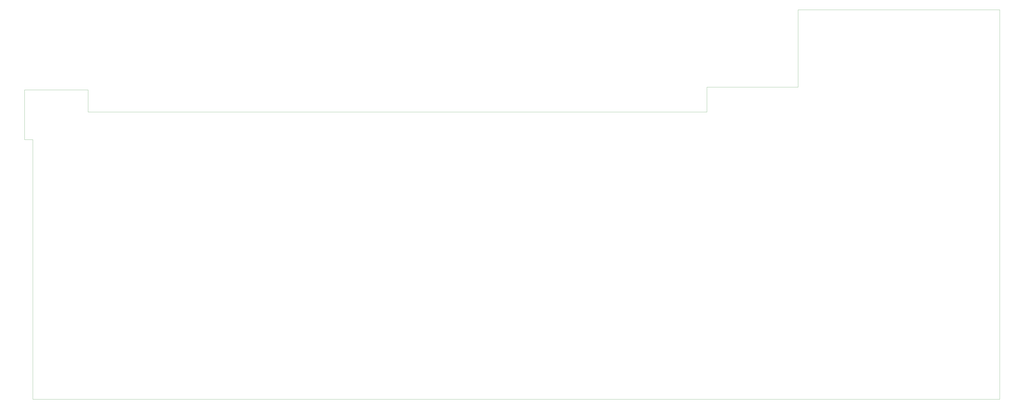
<source format=gbr>
%TF.GenerationSoftware,KiCad,Pcbnew,(5.1.9)-1*%
%TF.CreationDate,2021-04-06T19:39:34+10:00*%
%TF.ProjectId,RedPyKeeb,52656450-794b-4656-9562-2e6b69636164,rev?*%
%TF.SameCoordinates,Original*%
%TF.FileFunction,Profile,NP*%
%FSLAX46Y46*%
G04 Gerber Fmt 4.6, Leading zero omitted, Abs format (unit mm)*
G04 Created by KiCad (PCBNEW (5.1.9)-1) date 2021-04-06 19:39:34*
%MOMM*%
%LPD*%
G01*
G04 APERTURE LIST*
%TA.AperFunction,Profile*%
%ADD10C,0.050000*%
%TD*%
%TA.AperFunction,Profile*%
%ADD11C,0.100000*%
%TD*%
G04 APERTURE END LIST*
D10*
X518160000Y-218440000D02*
X518160000Y-217170000D01*
X73660000Y-218440000D02*
X518160000Y-218440000D01*
X73660000Y-99060000D02*
X73660000Y-218440000D01*
X69850000Y-99060000D02*
X73660000Y-99060000D01*
X69850000Y-76200000D02*
X69850000Y-99060000D01*
X99060000Y-76200000D02*
X69850000Y-76200000D01*
X383540000Y-86360000D02*
X383540000Y-74930000D01*
X99060000Y-86360000D02*
X383540000Y-86360000D01*
X99060000Y-76200000D02*
X99060000Y-86360000D01*
X425450000Y-74930000D02*
X383540000Y-74930000D01*
D11*
X518160000Y-39370000D02*
X518160000Y-217170000D01*
X425450000Y-39370000D02*
X518160000Y-39370000D01*
X425450000Y-74930000D02*
X425450000Y-39370000D01*
M02*

</source>
